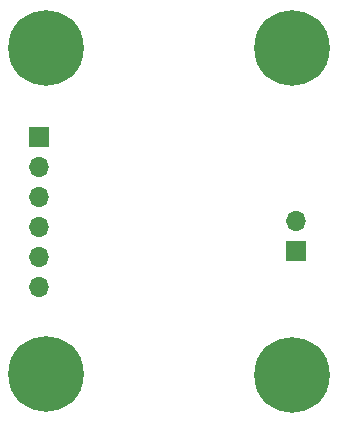
<source format=gbr>
%TF.GenerationSoftware,KiCad,Pcbnew,8.0.5*%
%TF.CreationDate,2025-02-27T19:14:31+02:00*%
%TF.ProjectId,_autosave-QS390,5f617574-6f73-4617-9665-2d5153333930,rev?*%
%TF.SameCoordinates,Original*%
%TF.FileFunction,Soldermask,Bot*%
%TF.FilePolarity,Negative*%
%FSLAX46Y46*%
G04 Gerber Fmt 4.6, Leading zero omitted, Abs format (unit mm)*
G04 Created by KiCad (PCBNEW 8.0.5) date 2025-02-27 19:14:31*
%MOMM*%
%LPD*%
G01*
G04 APERTURE LIST*
%ADD10R,1.700000X1.700000*%
%ADD11O,1.700000X1.700000*%
%ADD12C,0.800000*%
%ADD13C,6.400000*%
G04 APERTURE END LIST*
D10*
%TO.C,J1*%
X79400000Y-63660000D03*
D11*
X79400000Y-66200000D03*
X79400000Y-68740000D03*
X79400000Y-71280000D03*
X79400000Y-73820000D03*
X79400000Y-76360000D03*
%TD*%
D12*
%TO.C,H3*%
X77600000Y-83700000D03*
X78302944Y-82002944D03*
X78302944Y-85397056D03*
X80000000Y-81300000D03*
D13*
X80000000Y-83700000D03*
D12*
X80000000Y-86100000D03*
X81697056Y-82002944D03*
X81697056Y-85397056D03*
X82400000Y-83700000D03*
%TD*%
%TO.C,H4*%
X98400000Y-83800000D03*
X99102944Y-82102944D03*
X99102944Y-85497056D03*
X100800000Y-81400000D03*
D13*
X100800000Y-83800000D03*
D12*
X100800000Y-86200000D03*
X102497056Y-82102944D03*
X102497056Y-85497056D03*
X103200000Y-83800000D03*
%TD*%
%TO.C,H2*%
X98400000Y-56100000D03*
X99102944Y-54402944D03*
X99102944Y-57797056D03*
X100800000Y-53700000D03*
D13*
X100800000Y-56100000D03*
D12*
X100800000Y-58500000D03*
X102497056Y-54402944D03*
X102497056Y-57797056D03*
X103200000Y-56100000D03*
%TD*%
%TO.C,H1*%
X77600000Y-56100000D03*
X78302944Y-54402944D03*
X78302944Y-57797056D03*
X80000000Y-53700000D03*
D13*
X80000000Y-56100000D03*
D12*
X80000000Y-58500000D03*
X81697056Y-54402944D03*
X81697056Y-57797056D03*
X82400000Y-56100000D03*
%TD*%
D10*
%TO.C,J2*%
X101175000Y-73250000D03*
D11*
X101175000Y-70710000D03*
%TD*%
M02*

</source>
